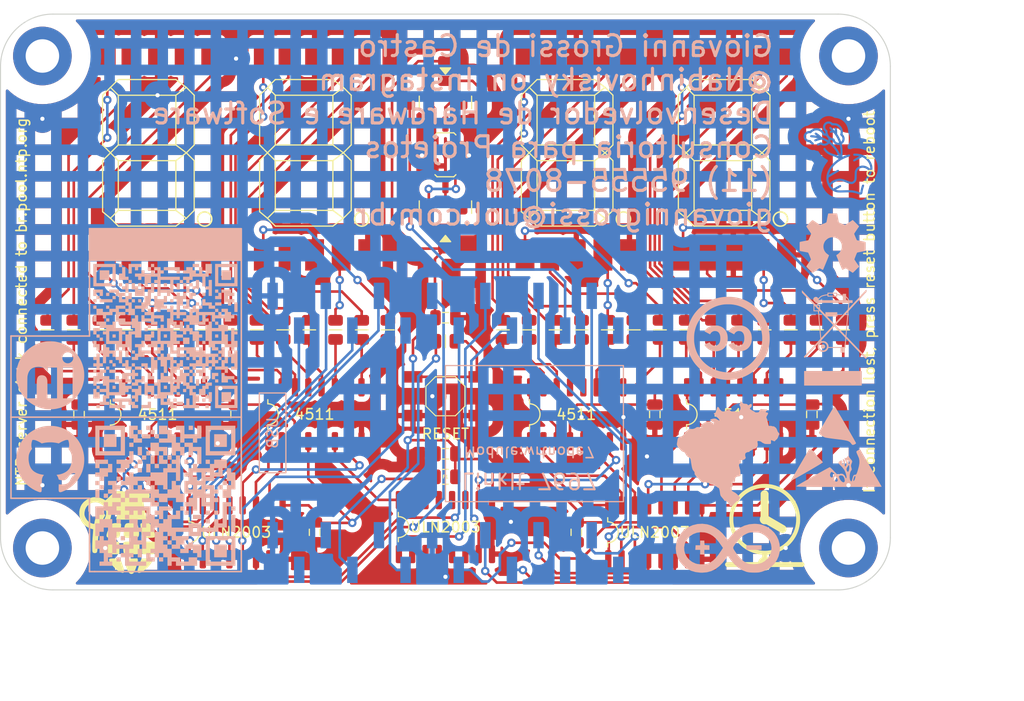
<source format=kicad_pcb>
(kicad_pcb (version 20211014) (generator pcbnew)
  (layers (0 "F.Cu" signal) (31 "B.Cu" signal) (34 "B.Paste" user) (35 "F.Paste" user) (36 "B.SilkS" user "B.Silkscreen") (37 "F.SilkS" user "F.Silkscreen") (38 "B.Mask" user) (39 "F.Mask" user) (44 "Edge.Cuts" user))
  (net 0 "")
  (net 1 "+5V")
  (net 2 "GND")
  (net 3 "Net-(D1-Pad1)")
  (net 4 "Net-(D2-Pad1)")
  (net 5 "Net-(Q1-Pad1)")
  (net 6 "Net-(Q1-Pad3)")
  (net 7 "Net-(Q2-Pad1)")
  (net 8 "Net-(Q2-Pad3)")
  (net 9 "Net-(R1-Pad1)")
  (net 10 "QA1")
  (net 11 "Net-(R2-Pad1)")
  (net 12 "QB1")
  (net 13 "Net-(R3-Pad1)")
  (net 14 "QC1")
  (net 15 "Net-(R4-Pad1)")
  (net 16 "QD1")
  (net 17 "Net-(R5-Pad1)")
  (net 18 "QE1")
  (net 19 "Net-(R6-Pad1)")
  (net 20 "QF1")
  (net 21 "Net-(R7-Pad1)")
  (net 22 "QG1")
  (net 23 "Net-(R8-Pad1)")
  (net 24 "QA2")
  (net 25 "Net-(R9-Pad1)")
  (net 26 "QB2")
  (net 27 "Net-(R10-Pad1)")
  (net 28 "QC2")
  (net 29 "Net-(R11-Pad1)")
  (net 30 "QD2")
  (net 31 "Net-(R12-Pad1)")
  (net 32 "QE2")
  (net 33 "Net-(R13-Pad1)")
  (net 34 "QF2")
  (net 35 "Net-(R14-Pad1)")
  (net 36 "QG2")
  (net 37 "Net-(R15-Pad1)")
  (net 38 "QA3")
  (net 39 "Net-(R16-Pad1)")
  (net 40 "QB3")
  (net 41 "Net-(R17-Pad1)")
  (net 42 "QC3")
  (net 43 "Net-(R18-Pad1)")
  (net 44 "QD3")
  (net 45 "Net-(R19-Pad1)")
  (net 46 "QE3")
  (net 47 "Net-(R20-Pad1)")
  (net 48 "QF3")
  (net 49 "Net-(R21-Pad1)")
  (net 50 "QG3")
  (net 51 "Net-(R22-Pad1)")
  (net 52 "QA4")
  (net 53 "Net-(R23-Pad1)")
  (net 54 "QB4")
  (net 55 "Net-(R24-Pad1)")
  (net 56 "QC4")
  (net 57 "Net-(R25-Pad1)")
  (net 58 "QD4")
  (net 59 "Net-(R26-Pad1)")
  (net 60 "QE4")
  (net 61 "Net-(R27-Pad1)")
  (net 62 "QF4")
  (net 63 "Net-(R28-Pad1)")
  (net 64 "QG4")
  (net 65 "SEP")
  (net 66 "RST")
  (net 67 "DB1")
  (net 68 "DC1")
  (net 69 "DD1")
  (net 70 "DA1")
  (net 71 "DB2")
  (net 72 "DC2")
  (net 73 "DD2")
  (net 74 "DA2")
  (net 75 "DB3")
  (net 76 "DC3")
  (net 77 "DD3")
  (net 78 "DA3")
  (net 79 "DB4")
  (net 80 "DC4")
  (net 81 "DD4")
  (net 82 "DA4")
  (net 84 "Net-(F1-Pad1)")
  (net 88 "Net-(R33-Pad2)")
  (net 89 "DA1_3V3")
  (net 90 "DB1_3V3")
  (net 91 "DC1_3V3")
  (net 92 "DD1_3V3")
  (net 93 "DA2_3V3")
  (net 94 "DB2_3V3")
  (net 95 "DC2_3V3")
  (net 96 "DD2_3V3")
  (net 97 "DA3_3V3")
  (net 98 "DB3_3V3")
  (net 99 "DC3_3V3")
  (net 100 "DD3_3V3")
  (net 101 "DA4_3V3")
  (net 102 "DB4_3V3")
  (net 103 "DC4_3V3")
  (net 104 "DD4_3V3")
  (footprint "Resistor_SMD:R_0805_2012Metric" (layer "F.Cu") (at 173 110.1625 90)
    (fp_text reference "R15")
    (fp_text value "1k")
  )
  (footprint "Display_7Segment:7SEGMENT-LED__HDSM531_HDSM533_SMD" (layer "F.Cu") (at 135 93.5 90)
    (fp_text reference "U5")
    (fp_text value "XZFMDK14C")
  )
  (footprint "Resistor_SMD:R_0805_2012Metric" (layer "F.Cu") (at 162.5 111.25)
    (fp_text reference "R33")
    (fp_text value "1k")
  )
  (footprint "MountingHole:MountingHole_3.2mm_M3_DIN965_Pad_TopBottom" (layer "F.Cu") (at 124 131)
    (fp_text reference "REF**")
    (fp_text value "MountingHole_3.2mm_M3_DIN965_Pad_TopBottom" hide)
  )
  (footprint "Capacitor_SMD:C_0805_2012Metric" (layer "F.Cu") (at 197.5 118.25 -90)
    (fp_text reference "C4")
    (fp_text value "1uF")
  )
  (footprint "Resistor_SMD:R_0805_2012Metric" (layer "F.Cu") (at 170.5 110.1625 90)
    (fp_text reference "R21")
    (fp_text value "1k")
  )
  (footprint "Resistor_SMD:R_0805_2012Metric" (layer "F.Cu") (at 147 110.1625 90)
    (fp_text reference "R8")
    (fp_text value "1k")
  )
  (footprint "Resistor_SMD:R_0805_2012Metric" (layer "F.Cu") (at 137 110.1625 90)
    (fp_text reference "R4")
    (fp_text value "1k")
  )
  (footprint "logos:ntp" (layer "F.Cu") (at 193 129)
    (fp_text reference "G***")
    (fp_text value "LOGO" hide)
  )
  (footprint "Display_7Segment:7SEGMENT-LED__HDSM531_HDSM533_SMD" (layer "F.Cu") (at 175 93.5 90)
    (fp_text reference "U7")
    (fp_text value "XZFMDK14C")
  )
  (footprint "Resistor_SMD:R_0805_2012Metric" (layer "F.Cu") (at 127 110.1625 90)
    (fp_text reference "R7")
    (fp_text value "1k")
  )
  (footprint "Package_SO:SO-16_5.3x10.2mm_P1.27mm" (layer "F.Cu") (at 142.5 129.5 90)
    (fp_text reference "U10")
    (fp_text value "ULN2003")
  )
  (footprint "Resistor_SMD:R_0805_2012Metric" (layer "F.Cu") (at 183 110.1625 90)
    (fp_text reference "R19")
    (fp_text value "1k")
  )
  (footprint "Resistor_SMD:R_0805_2012Metric" (layer "F.Cu") (at 160 88.4375)
    (fp_text reference "R29")
    (fp_text value "1k")
  )
  (footprint "Resistor_SMD:R_0805_2012Metric" (layer "F.Cu") (at 165 88.4375)
    (fp_text reference "R30")
    (fp_text value "1k")
  )
  (footprint "Resistor_SMD:R_0805_2012Metric" (layer "F.Cu") (at 193 110.1625 90)
    (fp_text reference "R23")
    (fp_text value "1k")
  )
  (footprint "Resistor_SMD:R_0805_2012Metric" (layer "F.Cu") (at 124.5 110.1625 90)
    (fp_text reference "R6")
    (fp_text value "1k")
  )
  (footprint "Resistor_SMD:R_0805_2012Metric" (layer "F.Cu") (at 180.5 110.1625 90)
    (fp_text reference "R18")
    (fp_text value "1k")
  )
  (footprint "Resistor_SMD:R_0805_2012Metric" (layer "F.Cu") (at 154.5 110.1625 90)
    (fp_text reference "R11")
    (fp_text value "1k")
  )
  (footprint "MountingHole:MountingHole_3.2mm_M3_DIN965_Pad_TopBottom" (layer "F.Cu") (at 124 84)
    (fp_text reference "REF**")
    (fp_text value "MountingHole_3.2mm_M3_DIN965_Pad_TopBottom" hide)
  )
  (footprint "Capacitor_SMD:C_0805_2012Metric" (layer "F.Cu") (at 150 129.5 -90)
    (fp_text reference "C6")
    (fp_text value "1uF")
  )
  (footprint "Package_SO:SO-16_3.9x9.9mm_P1.27mm" (layer "F.Cu") (at 175 118.25 90)
    (fp_text reference "U3")
    (fp_text value "4511")
  )
  (footprint "Resistor_SMD:R_0805_2012Metric" (layer "F.Cu") (at 165 98.4375)
    (fp_text reference "R31")
    (fp_text value "1k")
  )
  (footprint "Package_SO:SO-16_3.9x9.9mm_P1.27mm" (layer "F.Cu") (at 190 118.25 90)
    (fp_text reference "U4")
    (fp_text value "4511")
  )
  (footprint "Resistor_SMD:R_0805_2012Metric" (layer "F.Cu") (at 149.5 110.1625 90)
    (fp_text reference "R9")
    (fp_text value "1k")
  )
  (footprint "LED_SMD:LED_0805_2012Metric" (layer "F.Cu") (at 162.5 85.4375 90)
    (fp_text reference "D1")
    (fp_text value "RED")
  )
  (footprint "Display_7Segment:7SEGMENT-LED__HDSM531_HDSM533_SMD" (layer "F.Cu") (at 150 93.5 90)
    (fp_text reference "U6")
    (fp_text value "XZFMDK14C")
  )
  (footprint "Fuse:Fuse_0805_2012Metric" (layer "F.Cu") (at 162.5 124.2)
    (fp_text reference "F1")
    (fp_text value "Fuse")
  )
  (footprint "Resistor_SMD:R_0805_2012Metric" (layer "F.Cu") (at 160 98.4375)
    (fp_text reference "R32")
    (fp_text value "1k")
  )
  (footprint "Display_7Segment:7SEGMENT-LED__HDSM531_HDSM533_SMD" (layer "F.Cu") (at 190 93.5 90)
    (fp_text reference "U8")
    (fp_text value "XZFMDK14C")
  )
  (footprint "Resistor_SMD:R_0805_2012Metric" (layer "F.Cu") (at 139.5 110.1625 90)
    (fp_text reference "R5")
    (fp_text value "1k")
  )
  (footprint "Capacitor_SMD:C_0805_2012Metric" (layer "F.Cu") (at 175 129.5 -90)
    (fp_text reference "C8")
    (fp_text value "1uF")
  )
  (footprint "LED_SMD:LED_0805_2012Metric" (layer "F.Cu") (at 162.5 101.4375 -90)
    (fp_text reference "D2")
    (fp_text value "RED")
  )
  (footprint "Button_Switch_SMD:SW_SPST_SKQG_WithStem" (layer "F.Cu") (at 162.5 116.5)
    (fp_text reference "SW1")
    (fp_text value "RESET")
  )
  (footprint "Resistor_SMD:R_0805_2012Metric" (layer "F.Cu") (at 168 110.1625 90)
    (fp_text reference "R20")
    (fp_text value "1k")
  )
  (footprint "Package_SO:SO-16_5.3x10.2mm_P1.27mm" (layer "F.Cu") (at 182.5 129.5 90)
    (fp_text reference "U12")
    (fp_text value "ULN2003")
  )
  (footprint "Resistor_SMD:R_0805_2012Metric" (layer "F.Cu") (at 190.5 110.1625 90)
    (fp_text reference "R22")
    (fp_text value "1k")
  )
  (footprint "Package_SO:SO-16_3.9x9.9mm_P1.27mm" (layer "F.Cu") (at 150 118.25 90)
    (fp_text reference "U2")
    (fp_text value "4511")
  )
  (footprint "MountingHole:MountingHole_3.2mm_M3_DIN965_Pad_TopBottom" (layer "F.Cu") (at 201 131)
    (fp_text reference "REF**")
    (fp_text value "MountingHole_3.2mm_M3_DIN965_Pad_TopBottom" hide)
  )
  (footprint "Capacitor_SMD:C_0805_2012Metric" (layer "F.Cu") (at 162.5 109)
    (fp_text reference "C5")
    (fp_text value "1uF")
  )
  (footprint "Resistor_SMD:R_0805_2012Metric" (layer "F.Cu") (at 142 110.1625 90)
    (fp_text reference "R13")
    (fp_text value "1k")
  )
  (footprint "Package_TO_SOT_SMD:SOT-23" (layer "F.Cu") (at 162.5 95.4375 -90)
    (fp_text reference "Q2")
    (fp_text value "BC817")
  )
  (footprint "Resistor_SMD:R_0805_2012Metric" (layer "F.Cu") (at 200.5 110.1625 90)
    (fp_text reference "R26")
    (fp_text value "1k")
  )
  (footprint "Resistor_SMD:R_0805_2012Metric" (layer "F.Cu") (at 132 110.1625 90)
    (fp_text reference "R2")
    (fp_text value "1k")
  )
  (footprint "MountingHole:MountingHole_3.2mm_M3_DIN965_Pad_TopBottom" (layer "F.Cu") (at 201 84)
    (fp_text reference "REF**")
    (fp_text value "MountingHole_3.2mm_M3_DIN965_Pad_TopBottom" hide)
  )
  (footprint "Resistor_SMD:R_0805_2012Metric" (layer "F.Cu") (at 134.5 110.1625 90)
    (fp_text reference "R3")
    (fp_text value "1k")
  )
  (footprint "Capacitor_SMD:C_0805_2012Metric" (layer "F.Cu") (at 162.5 122 180)
    (fp_text reference "C7")
    (fp_text value "1uF")
  )
  (footprint "Resistor_SMD:R_0805_2012Metric" (layer "F.Cu") (at 175.5 110.1625 90)
    (fp_text reference "R16")
    (fp_text value "1k")
  )
  (footprint "Resistor_SMD:R_0805_2012Metric" (layer "F.Cu") (at 195.5 110.1625 90)
    (fp_text reference "R24")
    (fp_text value "1k")
  )
  (footprint "Resistor_SMD:R_0805_2012Metric" (layer "F.Cu") (at 152 110.1625 90)
    (fp_text reference "R10")
    (fp_text value "1k")
  )
  (footprint "Resistor_SMD:R_0805_2012Metric" (layer "F.Cu") (at 157 110.1625 90)
    (fp_text reference "R12")
    (fp_text value "1k")
  )
  (footprint "logos:grenade" (layer "F.Cu") (at 131.5 129.5)
    (fp_text reference "G***")
    (fp_text value "LOGO" hide)
  )
  (footprint "Resistor_SMD:R_0805_2012Metric" (layer "F.Cu") (at 129.5 110.1625 90)
    (fp_text reference "R1")
    (fp_text value "1k")
  )
  (footprint "Resistor_SMD:R_0805_2012Metric" (layer "F.Cu") (at 178 110.1625 90)
    (fp_text reference "R17")
    (fp_text value "1k")
  )
  (footprint "Resistor_SMD:R_0805_2012Metric" (layer "F.Cu") (at 198 110.1625 90)
    (fp_text reference "R25")
    (fp_text value "1k")
  )
  (footprint "Capacitor_SMD:C_0805_2012Metric" (layer "F.Cu") (at 182.5 118.25 -90)
    (fp_text reference "C3")
    (fp_text value "1uF")
  )
  (footprint "Resistor_SMD:R_0805_2012Metric" (layer "F.Cu") (at 185.5 110.1625 90)
    (fp_text reference "R27")
    (fp_text value "1k")
  )
  (footprint "Package_SO:SO-16_3.9x9.9mm_P1.27mm" (layer "F.Cu") (at 135 118.25 90)
    (fp_text reference "U1")
    (fp_text value "4511")
  )
  (footprint "Capacitor_SMD:C_0805_2012Metric" (layer "F.Cu") (at 142.5 118.25 -90)
    (fp_text reference "C2")
    (fp_text value "1uF")
  )
  (footprint "Package_SO:SO-16_5.3x10.2mm_P1.27mm" (layer "F.Cu") (at 162.5 129 90)
    (fp_text reference "U11")
    (fp_text value "ULN2003")
  )
  (footprint "Capacitor_SMD:C_0805_2012Metric" (layer "F.Cu") (at 127.5 118.25 -90)
    (fp_text reference "C1")
    (fp_text value "1uF")
  )
  (footprint "Package_TO_SOT_SMD:SOT-23" (layer "F.Cu") (at 162.5 91.4375 90)
    (fp_text reference "Q1")
    (fp_text value "BC817")
  )
  (footprint "Resistor_SMD:R_0805_2012Metric" (layer "F.Cu") (at 188 110.1625 90)
    (fp_text reference "R28")
    (fp_text value "1k")
  )
  (footprint "Resistor_SMD:R_0805_2012Metric" (layer "F.Cu") (at 144.5 110.1625 90)
    (fp_text reference "R14")
    (fp_text value "1k")
  )
  (footprint "logos:opensourceh" (layer "B.Cu") (at 199.5 101.9 180)
    (fp_text reference "G***")
    (fp_text value "LOGO" hide)
  )
  (footprint "logos:linkedin" (layer "B.Cu") (at 124.75 114.5 180)
    (fp_text reference "G***")
    (fp_text value "LOGO" hide)
  )
  (footprint "logos:nabo" (layer "B.Cu") (at 200 93.75 180)
    (fp_text reference "G***" hide)
    (fp_text value "LOGO" hide)
  )
  (footprint "logos:creative-commons" (layer "B.Cu") (at 189.5 111 180)
    (fp_text reference "G***")
    (fp_text value "LOGO" hide)
  )
  (footprint "logos:electronicgarbage" (layer "B.Cu") (at 199.5 111 180)
    (fp_text reference "G***")
    (fp_text value "LOGO" hide)
  )
  (footprint "logos:esd" (layer "B.Cu") (at 199.5 121.5 180)
    (fp_text reference "G***")
    (fp_text value "LOGO" hide)
  )
  (footprint "logos:arduino" (layer "B.Cu") (at 189.5 131 180)
    (fp_text reference "G***")
    (fp_text value "LOGO" hide)
  )
  (footprint "logos:github" (layer "B.Cu") (at 124.75 122.5 180)
    (fp_text reference "G***")
    (fp_text value "LOGO" hide)
  )
  (footprint "Connector_PinHeader_2.54mm:Linkit" (layer "B.Cu") (at 162.5 108.57 -90)
    (fp_text reference "U9")
    (fp_text value "Linkit_7697")
  )
  (footprint "logos:git_qr" (layer "B.Cu") (at 135.75 126 180)
    (fp_text reference "G***")
    (fp_text value "LOGO" hide)
  )
  (footprint "logos:link_qr" (layer "B.Cu") (at 135.75 110.75 180)
    (fp_text reference "G***")
    (fp_text value "LOGO" hide)
  )
  (footprint "logos:brazil" (layer "B.Cu") (at 189.5 122 180)
    (fp_text reference "G***")
    (fp_text value "LOGO" hide)
  )
  (gr_line (start 121 118.5) (end 143 118.5) (layer "B.SilkS") (width 0.15))
  (gr_line (start 143 103.5) (end 143 118.5) (layer "B.SilkS") (width 0.15))
  (gr_rect (start 128.5 103.5) (end 143 100.5) (layer "B.SilkS") (width 0.15) (fill solid))
  (gr_line (start 129 133.25) (end 128.5 133.25) (layer "B.SilkS") (width 0.15))
  (gr_line (start 128.5 133.25) (end 128.5 126.25) (layer "B.SilkS") (width 0.15))
  (gr_line (start 128.5 103.5) (end 143 103.5) (layer "B.SilkS") (width 0.15))
  (gr_line (start 128.5 110.75) (end 128.5 103.5) (layer "B.SilkS") (width 0.15))
  (gr_line (start 121 110.75) (end 128.5 110.75) (layer "B.SilkS") (width 0.15))
  (gr_line (start 143 118.5) (end 143 133.25) (layer "B.SilkS") (width 0.15))
  (gr_line (start 121 118.5) (end 121 110.75) (layer "B.SilkS") (width 0.15))
  (gr_line (start 121 126.25) (end 121 118.5) (layer "B.SilkS") (width 0.15))
  (gr_line (start 128.5 126.25) (end 121 126.25) (layer "B.SilkS") (width 0.15))
  (gr_line (start 143 133.25) (end 129 133.25) (layer "B.SilkS") (width 0.15))
  (gr_line (start 120 130) (end 120 85) (layer "Edge.Cuts") (width 0.1))
  (gr_arc (start 125 135) (mid 121.464466 133.535534) (end 120 130) (layer "Edge.Cuts") (width 0.1))
  (gr_arc (start 205 130) (mid 203.535534 133.535534) (end 200 135) (layer "Edge.Cuts") (width 0.1))
  (gr_line (start 205 85) (end 205 130) (layer "Edge.Cuts") (width 0.1))
  (gr_arc (start 120 85) (mid 121.464466 81.464466) (end 125 80) (layer "Edge.Cuts") (width 0.1))
  (gr_line (start 200 135) (end 125 135) (layer "Edge.Cuts") (width 0.1))
  (gr_line (start 125 80) (end 200 80) (layer "Edge.Cuts") (width 0.1))
  (gr_arc (start 200 80) (mid 203.535534 81.464466) (end 205 85) (layer "Edge.Cuts") (width 0.1))
  (gr_text "Giovanni Grossi de Castro\n@Nabinhovisky on Instagram\nDesenvolvedor de Hardware e Software\nConsultoria para Projetos\n(11) 95555-8078\ngiovannigrossi@uol.com.br" (at 194 91.1) (layer "B.SilkS") (effects (font (size 2 2) (thickness 0.3)) (justify left mirror)))
  (gr_text "NTP server clock connected to br.pool.ntp.org" (at 122 107.5 90) (layer "F.SilkS") (effects (font (size 1 1))))
  (gr_text "If connection lost, press reset button to reboot" (at 203 107.5 90) (layer "F.SilkS") (effects (font (size 1 1))))
  (segment (start 188.2 119.5) (end 188.2 120.8) (width 0.25) (layer "F.Cu") (net 1))
  (segment (start 187 128.2) (end 187 127) (width 0.25) (layer "F.Cu") (net 1))
  (segment (start 150 127.5) (end 150 128.6) (width 0.25) (layer "F.Cu") (net 1))
  (segment (start 142.95 115.65) (end 142.5 116.1) (width 0.25) (layer "F.Cu") (net 1))
  (segment (start 183.15 115.65) (end 182.5 116.3) (width 0.25) (layer "F.Cu") (net 1))
  (segment (start 142.5 117.3) (end 136.5 117.3) (width 0.25) (layer "F.Cu") (net 1))
  (segment (start 163.4375 124.4) (end 163.4375 122.4375) (width 0.25) (layer "F.Cu") (net 1))
  (segment (start 142.5 116.1) (end 142.5 117.3) (width 0.25) (layer "F.Cu") (net 1))
  (segment (start 162.5 102.375) (end 161.5 103.375) (width 0.25) (layer "F.Cu") (net 1))
  (segment (start 190 117.3) (end 189.4 117.9) (width 0.25) (layer "F.Cu") (net 1))
  (segment (start 174.125 126.425) (end 175 127.3) (width 0.25) (layer "F.Cu") (net 1))
  (segment (start 134.4 119.4) (end 134.4 121) (width 0.25) (layer "F.Cu") (net 1))
  (segment (start 142.5 117.3) (end 146.5 117.3) (width 0.25) (layer "F.Cu") (net 1))
  (segment (start 133.1 120.9) (end 133.175 120.825) (width 0.25) (layer "F.Cu") (net 1))
  (segment (start 174.4 118) (end 174.4 120.8) (width 0.25) (layer "F.Cu") (net 1))
  (segment (start 159.8 102.4) (end 162.6 102.4) (width 0.25) (layer "F.Cu") (net 1))
  (segment (start 148.1 118.9) (end 148.1 120.8) (width 0.25) (layer "F.Cu") (net 1))
  (segment (start 163.45 122.5) (end 165.7 122.5) (width 0.25) (layer "F.Cu") (net 1))
  (segment (start 161.55 109) (end 159.4 111.15) (width 0.25) (layer "F.Cu") (net 1))
  (segment (start 186.945 126.925) (end 192.325 126.925) (width 0.25) (layer "F.Cu") (net 1))
  (segment (start 186.65 128.55) (end 187 128.2) (width 0.25) (layer "F.Cu") (net 1))
  (segment (start 157.4 87) (end 157.4 100) (width 0.25) (layer "F.Cu") (net 1))
  (segment (start 131 117.3) (end 133.1 119.4) (width 0.25) (layer "F.Cu") (net 1))
  (segment (start 133.1 119.4) (end 133.1 120.9) (width 0.25) (layer "F.Cu") (net 1))
  (segment (start 162.7 120.7) (end 163.5 121.5) (width 0.25) (layer "F.Cu") (net 1))
  (segment (start 185.59 115.65) (end 183.15 115.65) (width 0.25) (layer "F.Cu") (net 1))
  (segment (start 185.59 116.89) (end 188.2 119.5) (width 0.25) (layer "F.Cu") (net 1))
  (segment (start 199.25 120) (end 199.25 118) (width 0.25) (layer "F.Cu") (net 1))
  (segment (start 175 128.55) (end 186.65 128.55) (width 0.25) (layer "F.Cu") (net 1))
  (segment (start 158.9 120.7) (end 162.7 120.7) (width 0.25) (layer "F.Cu") (net 1))
  (segment (start 159.4 111.15) (end 159.4 112.9) (width 0.25) (layer "F.Cu") (net 1))
  (segment (start 199.25 118) (end 198.5 117.25) (width 0.25) (layer "F.Cu") (net 1))
  (segment (start 163.4375 122.4375) (end 163.4 122.4) (width 0.25) (layer "F.Cu") (net 1))
  (segment (start 162.5 84.5) (end 159.9 84.5) (width 0.25) (layer "F.Cu") (net 1))
  (segment (start 167 123.8) (end 167 126.5) (width 0.25) (layer "F.Cu") (net 1))
  (segment (start 145.59 115.65) (end 142.95 115.65) (width 0.25) (layer "F.Cu") (net 1))
  (segment (start 197.5 117.3) (end 190 117.3) (width 0.25) (layer "F.Cu") (net 1))
  (segment (start 174.4 120.8) (end 173.1 120.8) (width 0.25) (layer "F.Cu") (net 1))
  (segment (start 127.5 116.3) (end 127.5 117.3) (width 0.25) (layer "F.Cu") (net 1))
  (segment (start 149.4 120.8) (end 148.1 120.8) (width 0.25) (layer "F.Cu") (net 1))
  (segment (start 175.1 117.3) (end 174.4 118) (width 0.25) (layer "F.Cu") (net 1))
  (segment (start 192.325 126.925) (end 199.25 120) (width 0.25) (layer "F.Cu") (net 1))
  (segment (start 189.4 120.8) (end 188.1 120.8) (width 0.25) (layer "F.Cu") (net 1))
  (segment (start 170.59 115.65) (end 170.59 116.89) (width 0.25) (layer "F.Cu") (net 1))
  (segment (start 175 127.3) (end 175 128.5) (width 0.25) (layer "F.Cu") (net 1))
  (segment (start 198.5 117.25) (end 197.5 117.25) (width 0.25) (layer "F.Cu") (net 1))
  (segment (start 185.59 115.65) (end 185.59 116.89) (width 0.25) (layer "F.Cu") (net 1))
  (segment (start 170.59 116.89) (end 173.1 119.4) (width 0.25) (layer "F.Cu") (net 1))
  (segment (start 157.4 100) (end 159.8 102.4) (width 0.25) (layer "F.Cu") (net 1))
  (segment (start 153.6 128.6) (end 150 128.6) (width 0.25) (layer "F.Cu") (net 1))
  (segment (start 189.4 117.9) (end 189.4 120.8) (width 0.25) (layer "F.Cu") (net 1))
  (segment (start 130.555 115.675) (end 128.125 115.675) (width 0.25) (layer "F.Cu") (net 1))
  (segment (start 165.7 122.5) (end 167 123.8) (width 0.25) (layer "F.Cu") (net 1))
  (segment (start 149.4 124.4) (end 153.6 128.6) (width 0.25) (layer "F.Cu") (net 1))
  (segment (start 166.945 126.425) (end 174.125 126.425) (width 0.25) (layer "F.Cu") (net 1))
  (segment (start 182.5 116.3) (end 182.5 117.3) (width 0.25) (layer "F.Cu") (net 1))
  (segment (start 161.5 103.375) (end 161.5 109.1) (width 0.25) (layer "F.Cu") (net 1))
  (segment (start 149.425 126.925) (end 150 127.5) (width 0.25) (layer "F.Cu") (net 1))
  (segment (start 173.1 119.4) (end 173.1 120.9) (width 0.25) (layer "F.Cu") (net 1))
  (segment (start 149.4 120.8) (end 149.4 124.4) (width 0.25) (layer "F.Cu") (net 1))
  (segment (start 182.5 117.3) (end 175.1 117.3) (width 0.25) (layer "F.Cu") (net 1))
  (segment (start 136.5 117.3) (end 134.4 119.4) (width 0.25) (layer "F.Cu") (net 1))
  (segment (start 159.9 84.5) (end 157.4 87) (width 0.25) (layer "F.Cu") (net 1))
  (segment (start 163.5 121.5) (end 163.5 122.5) (width 0.25) (layer "F.Cu") (net 1))
  (segment (start 146.5 117.3) (end 148.1 118.9) (width 0.25) (layer "F.Cu") (net 1))
  (segment (start 128.125 115.675) (end 127.5 116.3) (width 0.25) (layer "F.Cu") (net 1))
  (segment (start 133.175 120.825) (end 134.365 120.825) (width 0.25) (layer "F.Cu") (net 1))
  (segment (start 146.945 126.925) (end 149.425 126.925) (width 0.25) (layer "F.Cu") (net 1))
  (segment (start 127.5 117.3) (end 131 117.3) (width 0.25) (layer "F.Cu") (net 1))
  (via (at 153.6 128.6) (size 0.8) (drill 0.4) (layers "F.Cu" "B.Cu") (net 1))
  (via (at 159.4 112.9) (size 0.8) (drill 0.4) (layers "F.Cu" "B.Cu") (net 1))
  (via (at 158.9 120.7) (size 0.8) (drill 0.4) (layers "F.Cu" "B.Cu") (net 1))
  (segment (start 159.4 112.9) (end 159.4 120.2) (width 0.25) (layer "B.Cu") (net 1))
  (segment (start 158.9 123.3) (end 153.6 128.6) (width 0.25) (layer "B.Cu") (net 1))
  (segment (start 158.9 120.7) (end 158.9 123.3) (width 0.25) (layer "B.Cu") (net 1))
  (segment (start 153.61 128.61) (end 153.6 128.6) (width 0.25) (layer "B.Cu") (net 1))
  (segment (start 159.4 120.2) (end 158.9 120.7) (width 0.25) (layer "B.Cu") (net 1))
  (via (at 181.75 122.25) (size 0.8) (drill 0.4) (layers "F.Cu" "B.Cu") (net 2))
  (via (at 190.75 118.5) (size 0.8) (drill 0.4) (layers "F.Cu" "B.Cu") (net 2))
  (via (at 124 125) (size 0.8) (drill 0.4) (layers "F.Cu" "B.Cu") (net 2))
  (via (at 179.5 118.5) (size 0.8) (drill 0.4) (layers "F.Cu" "B.Cu") (net 2))
  (via (at 168.75 128.5) (size 0.8) (drill 0.4) (layers "F.Cu" "B.Cu") (net 2))
  (via (at 140.75 121) (size 0.8) (drill 0.4) (layers "F.Cu" "B.Cu") (net 2))
  (via (at 124 90) (size 0.8) (drill 0.4) (layers "F.Cu" "B.Cu") (net 2))
  (via (at 130 131) (size 0.8) (drill 0.4) (layers "F.Cu" "B.Cu") (net 2))
  (via (at 164.75 93.5) (size 0.8) (drill 0.4) (layers "F.Cu" "B.Cu") (net 2))
  (via (at 201 125) (size 0.8) (drill 0.4) (layers "F.Cu" "B.Cu") (net 2))
  (via (at 195 131) (size 0.8) (drill 0.4) (layers "F.Cu" "B.Cu") (net 2))
  (via (at 141 115.75) (size 0.8) (drill 0.4) (layers "F.Cu" "B.Cu") (net 2))
  (via (at 175.5 118.5) (size 0.8) (drill 0.4) (layers "F.Cu" "B.Cu") (net 2))
  (via (at 160.25 93.5) (size 0.8) (drill 0.4) (layers "F.Cu" "B.Cu") (net 2))
  (via (at 162.5 133.75) (size 0.8) (drill 0.4) (layers "F.Cu" "B.Cu") (net 2))
  (via (at 201 90) (size 0.8) (drill 0.4) (layers "F.Cu" "B.Cu") (net 2))
  (via (at 161.25 116.5) (size 0.8) (drill 0.4) (layers "F.Cu" "B.Cu") (net 2))
  (via (at 142.5 84.25) (size 0.8) (drill 0.4) (layers "F.Cu" "B.Cu") (net 2))
  (via (at 135 87.75) (size 0.8) (drill 0.4) (layers "F.Cu" "B.Cu") (net 2))
  (segment (start 165.075 86.375) (end 165.9 87.2) (width 0.25) (layer "F.Cu") (net 3))
  (segment (start 162.5 86.375) (end 165.075 86.375) (width 0.25) (layer "F.Cu") (net 3))
  (segment (start 165.9 87.2) (end 165.9 88.5) (width 0.25) (layer "F.Cu") (net 3))
  (segment (start 162.5 100.5) (end 165.1 100.5) (width 0.25) (layer "F.Cu") (net 4))
  (segment (start 165.1 100.5) (end 165.9 99.7) (width 0.25) (layer "F.Cu") (net 4))
  (segment (start 165.9 99.7) (end 165.9 98.4) (width 0.25) (layer "F.Cu") (net 4))
  (segment (start 160.9125 88.4375) (end 161.5 89.025) (width 0.25) (layer "F.Cu") (net 5))
  (segment (start 161.5 89.025) (end 161.5 92.5) (width 0.25) (layer "F.Cu") (net 5))
  (segment (start 164.0875 88.4375) (end 162.9625 88.4375) (width 0.25) (layer "F.Cu") (net 6))
  (segment (start 162.5 88.9) (end 162.5 90.5) (width 0.25) (layer "F.Cu") (net 6))
  (segment (start 162.9625 88.4375) (end 162.5 88.9) (width 0.25) (layer "F.Cu") (net 6))
  (segment (start 163.5 96.7) (end 163.45 96.65) (width 0.25) (layer "F.Cu") (net 7))
  (segment (start 160.9125 98.4375) (end 160.9125 96.7125) (width 0.25) (layer "F.Cu") (net 7))
  (segment (start 163.45 96.65) (end 163.45 94.5) (width 0.25) (layer "F.Cu") (net 7))
  (segment (start 160.9125 96.7125) (end 160.9 96.7) (width 0.25) (layer "F.Cu") (net 7))
  (via (at 163.5 96.7) (size 0.8) (drill 0.4) (layers "F.Cu" "B.Cu") (net 7))
  (via (at 160.9 96.7) (size 0.8) (drill 0.4) (layers "F.Cu" "B.Cu") (net 7))
  (segment (start 160.9 96.7) (end 163.5 96.7) (width 0.25) (layer "B.Cu") (net 7))
  (segment (start 164.0875 98.4375) (end 163.0375 98.4375) (width 0.25) (layer "F.Cu") (net 8))
  (segment (start 162.5 97.9) (end 162.5 96.3) (width 0.25) (layer "F.Cu") (net 8))
  (segment (start 163.0375 98.4375) (end 162.5 97.9) (width 0.25) (layer "F.Cu") (net 8))
  (segment (start 134.365 115.675) (end 134.365 114.365) (width 0.25) (layer "F.Cu") (net 9))
  (segment (start 133.2 113.2) (end 130.5 113.2) (width 0.25) (layer "F.Cu") (net 9))
  (segment (start 130.5 113.2) (end 129.5 112.2) (width 0.25) (layer "F.Cu") (net 9))
  (segment (start 129.5 112.2) (end 129.5 111.2) (width 0.25) (layer "F.Cu") (net 9))
  (segment (start 134.365 114.365) (end 133.2 113.2) (width 0.25) (layer "F.Cu") (net 9))
  (segment (start 129.5 108.3) (end 127.5 106.3) (width 0.25) (layer "F.Cu") (net 10))
  (segment (start 127.5 96.7) (end 137.6 86.6) (width 0.25) (layer "F.Cu") (net 10))
  (segment (start 129.5 109.25) (end 129.5 108.3) (width 0.25) (layer "F.Cu") (net 10))
  (segment (start 137.6 86.6) (end 137.6 84) (width 0.25) (layer "F.Cu") (net 10))
  (segment (start 127.5 106.3) (end 127.5 96.7) (width 0.25) (layer "F.Cu") (net 10))
  (segment (start 135.635 114.335) (end 134 112.7) (width 0.25) (layer "F.Cu") (net 11))
  (segment (start 134 112.7) (end 132.6 112.7) (width 0.25) (layer "F.Cu") (net 11))
  (segment (start 132 112.1) (end 132 111.1) (width 0.25) (layer "F.Cu") (net 11))
  (segment (start 135.635 115.675) (end 135.635 114.335) (width 0.25) (layer "F.Cu") (net 11))
  (segment (start 132.6 112.7) (end 132 112.1) (width 0.25) (layer "F.Cu") (net 11))
  (segment (start 128 98) (end 140.1 85.9) (width 0.25) (layer "F.Cu") (net 12))
  (segment (start 128 104.4) (end 128 98) (width 0.25) (layer "F.Cu") (net 12))
  (segment (start 132 108.4) (end 128 104.4) (width 0.25) (layer "F.Cu") (net 12))
  (segment (start 140.1 85.9) (end 140.1 84) (width 0.25) (layer "F.Cu") (net 12))
  (segment (start 132 109.25) (end 132 108.4) (width 0.25) (layer "F.Cu") (net 12))
  (segment (start 134.5 112.4) (end 134.5 111.1) (width 0.25) (layer "F.Cu") (net 13))
  (segment (start 136.905 114.805) (end 134.5 112.4) (width 0.25) (layer "F.Cu") (net 13))
  (segment (start 136.905 115.675) (end 136.905 114.805) (width 0.25) (layer "F.Cu") (net 13))
  (segment (start 134.5 109.25) (end 134.5 107.6) (width 0.25) (layer "F.Cu") (net 14))
  (segment (start 137.6 106.9) (end 137.6 102.9) (width 0.25) (layer "F.Cu") (net 14))
  (segment (start 138.3 107.6) (end 137.6 106.9) (width 0.25) (layer "F.Cu") (net 14))
  (via (at 134.5 107.6) (size 0.8) (drill 0.4) (layers "F.Cu" "B.Cu") (net 14))
  (via (at 138.3 107.6) (size 0.8) (drill 0.4) (layers "F.Cu" "B.Cu") (net 14))
  (segment (start 138.3 107.6) (end 134.5 107.6) (width 0.25) (layer "B.Cu") (net 14))
  (segment (start 137 112.8) (end 137 111) (width 0.25) (layer "F.Cu") (net 15))
  (segment (start 138.175 113.975) (end 137 112.8) (width 0.25) (layer "F.Cu") (net 15))
  (segment (start 138.175 115.675) (end 138.175 113.975) (width 0.25) (layer "F.Cu") (net 15))
  (segment (start 136 106.2) (end 133.8 106.2) (width 0.25) (layer "F.Cu") (net 16))
  (segment (start 137 109.25) (end 137 107.2) (width 0.25) (layer "F.Cu") (net 16))
  (segment (start 133.8 106.2) (end 132.5 104.9) (width 0.25) (layer "F.Cu") (net 16))
  (segment (start 137 107.2) (end 136 106.2) (width 0.25) (layer "F.Cu") (net 16))
  (segment (start 132.5 104.9) (end 132.5 102.9) (width 0.25) (layer "F.Cu") (net 16))
  (segment (start 139.445 115.675) (end 139.445 111.045) (width 0.25) (layer "F.Cu") (net 17))
  (segment (start 130.8 105.7) (end 130.1 105) (width 0.25) (layer "F.Cu") (net 18))
  (segment (start 139.5 107.2) (end 138.7 106.4) (width 0.25) (layer "F.Cu") (net 18))
  (segment (start 139.5 109.25) (end 139.5 107.2) (width 0.25) (layer "F.Cu") (net 18))
  (segment (start 130.1 105) (end 130.1 103) (width 0.25) (layer "F.Cu") (net 18))
  (via (at 138.7 106.4) (size 0.8) (drill 0.4) (layers "F.Cu" "B.Cu") (net 18))
  (via (at 130.8 105.7) (size 0.8) (drill 0.4) (layers "F.Cu" "B.Cu") (net 18))
  (segment (start 138.7 106.4) (end 131.5 106.4) (width 0.25) (layer "B.Cu") (net 18))
  (segment (start 131.5 106.4) (end 130.8 105.7) (width 0.25) (layer "B.Cu") (net 18))
  (segment (start 125.3 114.1) (end 131.5 114.1) (width 0.25) (layer "F.Cu") (net 19))
  (segment (start 131.5 114.1) (end 131.8 114.4) (width 0.25) (layer "F.Cu") (net 19))
  (segment (start 131.8 114.4) (end 131.8 115.7) (width 0.25) (layer "F.Cu") (net 19))
  (segment (start 124.5 111.075) (end 124.5 113.3) (width 0.25) (layer "F.Cu") (net 19))
  (segment (start 124.5 113.3) (end 125.3 114.1) (width 0.25) (layer "F.Cu") (net 19))
  (segment (start 126.5 93.5) (end 132.5 87.5) (width 0.25) (layer "F.Cu") (net 20))
  (segment (start 124.5 108.3) (end 126.5 106.3) (width 0.25) (layer "F.Cu") (net 20))
  (segment (start 124.5 109.25) (end 124.5 108.3) (width 0.25) (layer "F.Cu") (net 20))
  (segment (start 126.5 106.3) (end 126.5 93.5) (width 0.25) (layer "F.Cu") (net 20))
  (segment (start 132.5 87.5) (end 132.5 84) (width 0.25) (layer "F.Cu") (net 20))
  (segment (start 133.1 114.40096) (end 133.1 115.8) (width 0.25) (layer "F.Cu") (net 21))
  (segment (start 132.34952 113.65048) (end 133.1 114.40096) (width 0.25) (layer "F.Cu") (net 21))
  (segment (start 127 111.075) (end 127 112.9) (width 0.25) (layer "F.Cu") (net 21))
  (segment (start 127 112.9) (end 127.75048 113.65048) (width 0.25) (layer "F.Cu") (net 21))
  (segment (start 127.75048 113.65048) (end 132.34952 113.65048) (width 0.25) (layer "F.Cu") (net 21))
  (segment (start 127 95) (end 130.2 91.8) (width 0.25) (layer "F.Cu") (net 22))
  (segment (start 130.2 88.2) (end 130.2 84.3) (width 0.25) (layer "F.Cu") (net 22))
  (segment (start 127 109.25) (end 127 95) (width 0.25) (layer "F.Cu") (net 22))
  (segment (start 130.2 84.3) (end 130.1 84.2) (width 0.25) (layer "F.Cu") (net 22))
  (via (at 130.2 91.8) (size 0.8) (drill 0.4) (layers "F.Cu" "B.Cu") (net 22))
  (via (at 130.2 88.2) (size 0.8) (drill 0.4) (layers "F.Cu" "B.Cu") (net 22))
  (segment (start 130.2 91.8) (end 130.2 88.2) (width 0.25) (layer "B.Cu") (net 22))
  (segment (start 149.4 114.4) (end 147 112) (width 0.25) (layer "F.Cu") (net 23))
  (segment (start 149.4 115.65) (end 149.4 114.4) (width 0.25) (layer "F.Cu") (net 23))
  (segment (start 147 112) (end 147 111) (width 0.25) (layer "F.Cu") (net 23))
  (segment (start 146.085718 109.25) (end 142.9 106.064282) (width 0.25) (layer "F.Cu") (net 24))
  (segment (start 142.9 106.064282) (end 142.9 95.7) (width 0.25) (layer "F.Cu") (net 24))
  (segment (start 142.9 95.7) (end 152.5 86.1) (width 0.25) (layer "F.Cu") (net 24))
  (segment (start 147 109.25) (end 146.085718 109.25) (width 0.25) (layer "F.Cu") (net 24))
  (segment (start 152.5 86.1) (end 152.5 84.1) (width 0.25) (layer "F.Cu") (net 24))
  (segment (start 149.5 113.1) (end 150.7 114.3) (width 0.25) (layer "F.Cu") (net 25))
  (segment (start 149.5 111.075) (end 149.5 113.1) (width 0.25) (layer "F.Cu") (net 25))
  (segment (start 150.7 114.3) (end 150.7 116) (width 0.25) (layer "F.Cu") (net 25))
  (segment (start 149.2 108.1) (end 145.6 108.1) (width 0.25) (layer "F.Cu") (net 26))
  (segment (start 143.34952 105.84952) (end 143.34952 97.85048) (width 0.25) (layer "F.Cu") (net 26))
  (segment (start 149.5 109.25) (end 149.5 108.4) (width 0.25) (layer "F.Cu") (net 26))
  (segment (start 143.34952 97.85048) (end 155.1 86.1) (width 0.25) (layer "F.Cu") (net 26))
  (segment (start 155.1 86.1) (end 155.1 84) (width 0.25) (layer "F.Cu") (net 26))
  (segment (start 145.6 108.1) (end 143.34952 105.84952) (width 0.25) (layer "F.Cu") (net 26))
  (segment (start 149.5 108.4) (end 149.2 108.1) (width 0.25) (layer "F.Cu") (net 26))
  (segment (start 152 111.075) (end 152 115.6) (width 0.25) (layer "F.Cu") (net 27))
  (segment (start 152 109.25) (end 152 108.2) (width 0.25) (layer "F.Cu") (net 28))
  (segment (start 152 108.2) (end 152.4 107.8) (width 0.25) (layer "F.Cu") (net 28))
  (segment (start 152.4 105.4) (end 152.4 103) (width 0.25) (layer "F.Cu") (net 28))
  (via (at 152.4 105.4) (size 0.8) (drill 0.4) (layers "F.Cu" "B.Cu") (net 28))
  (via (at 152.4 107.8) (size 0.8) (drill 0.4) (layers "F.Cu" "B.Cu") (net 28))
  (segment (start 152.4 107.8) (end 152.4 105.4) (width 0.25) (layer "B.Cu") (net 28))
  (segment (start 154.5 113) (end 154.5 111.1) (width 0.25) (layer "F.Cu") (net 29))
  (segment (start 153.21 115.65) (end 153.21 114.29) (width 0.25) (layer "F.Cu") (net 29))
  (segment (start 153.21 114.29) (end 154.5 113) (width 0.25) (layer "F.Cu") (net 29))
  (segment (start 149 106.5) (end 147.4 104.9) (width 0.25) (layer "F.Cu") (net 30))
  (segment (start 154.5 108.4) (end 152.6 106.5) (width 0.25) (layer "F.Cu") (net 30))
  (segment (start 147.4 104.9) (end 147.4 102.9) (width 0.25) (layer "F.Cu") (net 30))
  (segment (start 152.6 106.5) (end 149 106.5) (width 0.25) (layer "F.Cu") (net 30))
  (segment (start 154.5 109.25) (end 154.5 108.4) (width 0.25) (layer "F.Cu") (net 30))
  (segment (start 154.5 114.3) (end 154.5 115.7) (width 0.25) (layer "F.Cu") (net 31))
  (segment (start 157 111.8) (end 154.5 114.3) (width 0.25) (layer "F.Cu") (net 31))
  (segment (start 157 111.075) (end 157 111.8) (width 0.25) (layer "F.Cu") (net 31))
  (segment (start 145.1 100.6) (end 145.1 103) (width 0.25) (layer "F.Cu") (net 32))
  (segment (start 157 109.25) (end 157 108.3) (width 0.25) (layer "F.Cu") (net 32))
  (segment (start 157 108.3) (end 154.1 105.4) (width 0.25) (layer "F.Cu") (net 32))
  (via (at 145.1 100.6) (size 0.8) (drill 0.4) (layers "F.Cu" "B.Cu") (net 32))
  (via (at 154.1 105.4) (size 0.8) (drill 0.4) (layers "F.Cu" "B.Cu") (net 32))
  (segment (start 149.3 100.6) (end 145.1 100.6) (width 0.25) (layer "B.Cu") (net 32))
  (segment (start 154.1 105.4) (end 149.3 100.6) (width 0.25) (layer "B.Cu") (net 32))
  (segment (start 146.86 114.46) (end 146.4 114) (width 0.25) (layer "F.Cu") (net 33))
  (segment (start 142 113.2) (end 142 111.1) (width 0.25) (layer "F.Cu") (net 33))
  (segment (start 146.86 115.65) (end 146.86 114.46) (width 0.25) (layer "F.Cu") (net 33))
  (segment (start 146.4 114) (end 142.8 114) (width 0.25) (layer "F.Cu") (net 33))
  (segment (start 142.8 114) (end 142 113.2) (width 0.25) (layer "F.Cu") (net 33))
  (segment (start 142 109.25) (end 142 91.574511) (width 0.25) (layer "F.Cu") (net 34))
  (segment (start 147.5 84.1) (end 147.4 84) (width 0.25) (layer "F.Cu") (net 34))
  (segment (start 147.5 86.074511) (end 147.5 84.1) (width 0.25) (layer "F.Cu") (net 34))
  (segment (start 142 91.574511) (end 147.5 86.074511) (width 0.25) (layer "F.Cu") (net 34))
  (segment (start 147.25048 113.55048) (end 145.45048 113.55048) (width 0.25) (layer "F.Cu") (net 35))
  (segment (start 145.45048 113.55048) (end 144.5 112.6) (width 0.25) (layer "F.Cu") (net 35))
  (segment (start 148.13 115.65) (end 148.13 114.43) (width 0.25) (layer "F.Cu") (net 35))
  (segment (start 144.5 112.6) (end 144.5 111) (width 0.25) (layer "F.Cu") (net 35))
  (segment (start 148.13 114.43) (end 147.25048 113.55048) (width 0.25) (layer "F.Cu") (net 35))
  (segment (start 144.5 109.25) (end 144.5 108.3) (width 0.25) (layer "F.Cu") (net 36))
  (segment (start 145.1 87) (end 145.1 84) (width 0.25) (layer "F.Cu") (net 36))
  (segment (start 144.5 108.3) (end 142.44952 106.24952) (width 0.25) (layer "F.Cu") (net 36))
  (segment (start 142.44952 106.24952) (end 142.44952 92.45048) (width 0.25) (layer "F.Cu") (net 36))
  (segment (start 142.44952 92.45048) (end 145.1 89.8) (width 0.25) (layer "F.Cu") (net 36))
  (via (at 145.1 89.8) (size 0.8) (drill 0.4) (layers "F.Cu" "B.Cu") (net 36))
  (via (at 145.1 87) (size 0.8) (drill 0.4) (layers "F.Cu" "B.Cu") (net 36))
  (segment (start 145.1 89.8) (end 145.1 87) (width 0.25) (layer "B.Cu") (net 36))
  (segment (start 173 112.8) (end 173 111.1) (width 0.25) (layer "F.Cu") (net 37))
  (segment (start 174.4 114.2) (end 173 112.8) (width 0.25) (layer "F.Cu") (net 37))
  (segment (start 174.4 115.65) (end 174.4 114.2) (width 0.25) (layer "F.Cu") (net 37))
  (segment (start 168 95.6) (end 177.6 86) (width 0.25) (layer "F.Cu") (net 38))
  (segment (start 173 109.25) (end 172.15 109.25) (width 0.25) (layer "F.Cu") (net 38))
  (segment (start 172.15 109.25) (end 168 105.1) (width 0.25) (layer "F.Cu") (net 38))
  (segment (start 168 105.1) (end 168 95.6) (width 0.25) (layer "F.Cu") (net 38))
  (segment (start 177.6 86) (end 177.6 84) (width 0.25) (layer "F.Cu") (net 38))
  (segment (start 175.67 111.17) (end 175.5 111) (width 0.25) (layer "F.Cu") (net 39))
  (segment (start 175.67 115.65) (end 175.67 111.17) (width 0.25) (layer "F.Cu") (net 39))
  (segment (start 174.9 107.9) (end 171.435718 107.9) (width 0.25) (layer "F.Cu") (net 40))
  (segment (start 175.5 109.25) (end 175.5 108.5) (width 0.25) (layer "F.Cu") (net 40))
  (segment (start 180.1 86) (end 180.1 83.9) (width 0.25) (layer "F.Cu") (net 40))
  (segment (start 168.5 97.6) (end 180.1 86) (width 0.25) (layer "F.Cu") (net 40))
  (segment (start 175.5 108.5) (end 174.9 107.9) (width 0.25) (layer "F.Cu") (net 40))
  (segment (start 171.435718 107.9) (end 168.5 104.964282) (width 0.25) (layer "F.Cu") (net 40))
  (segment (start 168.5 104.964282) (end 168.5 97.6) (width 0.25) (layer "F.Cu") (net 40))
  (segment (start 176.94 115.65) (end 176.94 114.06) (width 0.25) (layer "F.Cu") (net 41))
  (segment (start 178 113) (end 178 111.1) (width 0.25) (layer "F.Cu") (net 41))
  (segment (start 176.94 114.06) (end 178 113) (width 0.25) (layer "F.Cu") (net 41))
  (segment (start 178 109.25) (end 178 107.8) (width 0.25) (layer "F.Cu") (net 42))
  (segment (start 178 105.7) (end 178 103) (width 0.25) (layer "F.Cu") (net 42))
  (via (at 178 105.7) (size 0.8) (drill 0.4) (layers "F.Cu" "B.Cu") (net 42))
  (via (at 178 107.8) (size 0.8) (drill 0.4) (layers "F.Cu" "B.Cu") (net 42))
  (segment (start 178 107.8) (end 178 105.7) (width 0.25) (layer "B.Cu") (net 42))
  (segment (start 180.5 111.075) (end 180.5 111.9) (width 0.25) (layer "F.Cu") (net 43))
  (segment (start 178.2 114.2) (end 178.2 115.7) (width 0.25) (layer "F.Cu") (net 43))
  (segment (start 180.5 111.9) (end 178.2 114.2) (width 0.25) (layer "F.Cu") (net 43))
  (segment (start 180.5 109.25) (end 180.5 108.3) (width 0.25) (layer "F.Cu") (net 44))
  (segment (start 172.5 104.7) (end 172.5 103) (width 0.25) (layer "F.Cu") (net 44))
  (segment (start 174.5 106.7) (end 172.5 104.7) (width 0.25) (layer "F.Cu") (net 44))
  (segment (start 178.9 106.7) (end 174.5 106.7) (width 0.25) (layer "F.Cu") (net 44))
  (segment (start 180.5 108.3) (end 178.9 106.7) (width 0.25) (layer "F.Cu") (net 44))
  (segment (start 179.48 115.65) (end 180.45 115.65) (width 0.25) (layer "F.Cu") (net 45))
  (segment (start 183 113.1) (end 183 111) (width 0.25) (layer "F.Cu") (net 45))
  (segment (start 180.45 115.65) (end 183 113.1) (width 0.25) (layer "F.Cu") (net 45))
  (segment (start 170.1 100.7) (end 170.1 103.1) (width 0.25) (layer "F.Cu") (net 46))
  (segment (start 183 109.25) (end 183 108) (width 0.25) (layer "F.Cu") (net 46))
  (segment (start 183 108) (end 180.7 105.7) (width 0.25) (layer "F.Cu") (net 46))
  (segment (start 180.7 105.7) (end 180 105.7) (width 0.25) (layer "F.Cu") (net 46))
  (via (at 180 105.7) (size 0.8) (drill 0.4) (layers "F.Cu" "B.Cu") (net 46))
  (via (at 170.1 100.7) (size 0.8) (drill 0.4) (layers "F.Cu" "B.Cu") (net 46))
  (segment (start 175 100.7) (end 170.1 100.7) (width 0.25) (layer "B.Cu") (net 46))
  (segment (start 180 105.7) (end 175 100.7) (width 0.25) (layer "B.Cu") (net 46))
  (segment (start 171.5 113.9) (end 168.7 113.9) (width 0.25) (layer "F.Cu") (net 47))
  (segment (start 168 113.2) (end 168 111) (width 0.25) (layer "F.Cu") (net 47))
  (segment (start 171.86 115.65) (end 171.86 114.26) (width 0.25) (layer "F.Cu") (net 47))
  (segment (start 171.86 114.26) (end 171.5 113.9) (width 0.25) (layer "F.Cu") (net 47))
  (segment (start 168.7 113.9) (end 168 113.2) (width 0.25) (layer "F.Cu") (net 47))
  (segment (start 168 108.2) (end 167 107.2) (width 0.25) (layer "F.Cu") (net 48))
  (segment (start 172.5 87.5) (end 172.5 84) (width 0.25) (layer "F.Cu") (net 48))
  (segment (start 167 107.2) (end 167 93) (width 0.25) (layer "F.Cu") (net 48))
  (segment (start 167 93) (end 172.5 87.5) (width 0.25) (layer "F.Cu") (net 48))
  (segment (start 168 109.25) (end 168 108.2) (width 0.25) (layer "F.Cu") (net 48))
  (segment (start 170.6 113) (end 170.6 111.1) (width 0.25) (layer "F.Cu") (net 49))
  (segment (start 171.05048 113.45048) (end 170.6 113) (width 0.25) (layer "F.Cu") (net 49))
  (segment (start 172.45048 113.45048) (end 171.05048 113.45048) (width 0.25) (layer "F.Cu") (net 49))
  (segment (start 173.13 115.65) (end 173.13 114.13) (width 0.25) (layer "F.Cu") (net 49))
  (segment (start 173.13 114.13) (end 172.45048 113.45048) (width 0.25) (layer "F.Cu") (net 49))
  (segment (start 167.5 93.9) (end 170 91.4) (width 0.25) (layer "F.Cu") (net 50))
  (segment (start 170 88.4) (end 170 84.2) (width 0.25) (layer "F.Cu") (net 50))
  (segment (start 170.5 109.25) (end 170.5 108.3) (width 0.25) (layer "F.Cu") (net 50))
  (segment (start 170.5 108.3) (end 167.5 105.3) (width 0.25) (layer "F.Cu") (net 50))
  (segment (start 170 84.2) (end 170.1 84.1) (width 0.25) (layer "F.Cu") (net 50))
  (segment (start 167.5 105.3) (end 167.5 93.9) (width 0.25) (layer "F.Cu") (net 50))
  (via (at 170 91.4) (size 0.8) (drill 0.4) (layers "F.Cu" "B.Cu") (net 50))
  (via (at 170 88.4) (size 0.8) (drill 0.4) (layers "F.Cu" "B.Cu") (net 50))
  (segment (start 170 91.4) (end 170 88.4) (width 0.25) (layer "B.Cu") (net 50))
  (segment (start 189.4 115.65) (end 189.4 114.4) (width 0.25) (layer "F.Cu") (net 51))
  (segment (start 189.4 114.4) (end 190.5 113.3) (width 0.25) (layer "F.Cu") (net 51))
  (segment (start 190.5 113.3) (end 190.5 111) (width 0.25) (layer "F.Cu") (net 51))
  (segment (start 182.5 104.028564) (end 182.5 96) (width 0.25) (layer "F.Cu") (net 52))
  (segment (start 186.371436 107.9) (end 182.5 104.028564) (width 0.25) (layer "F.Cu") (net 52))
  (segment (start 190.5 108.4) (end 190 107.9) (width 0.25) (layer "F.Cu") (net 52))
  (segment (start 182.5 96) (end 192.6 85.9) (width 0.25) (layer "F.Cu") (net 52))
  (segment (start 190.5 109.25) (end 190.5 108.4) (width 0.25) (layer "F.Cu") (net 52))
  (segment (start 190 107.9) (end 186.371436 107.9) (width 0.25) (layer "F.Cu") (net 52))
  (segment (start 192.6 85.9) (end 192.6 84) (width 0.25) (layer "F.Cu") (net 52))
  (segment (start 193 112.1) (end 190.7 114.4) (width 0.25) (layer "F.Cu") (net 53))
  (segment (start 190.7 114.4) (end 190.7 115.8) (width 0.25) (layer "F.Cu") (net 53))
  (segment (start 193 111.075) (end 193 112.1) (width 0.25) (layer "F.Cu") (net 53))
  (segment (start 186.507154 107.4) (end 182.94952 103.842366) (width 0.25) (layer "F.Cu") (net 54))
  (segment (start 182.94952 103.842366) (end 182.94952 98.05048) (width 0.25) (layer "F.Cu") (net 54))
  (segment (start 182.94952 98.05048) (end 195.1 85.9) (width 0.25) (layer "F.Cu") (net 54))
  (segment (start 195.1 85.9) (end 195.1 84) (width 0.25) (layer "F.Cu") (net 54))
  (segment (start 193 109.25) (end 191.15 107.4) (width 0.25) (layer "F.Cu") (net 54))
  (segment (start 191.15 107.4) (end 186.507154 107.4) (width 0.25) (layer "F.Cu") (net 54))
  (segment (start 193.2 113.1) (end 194.8 113.1) (width 0.25) (layer "F.Cu") (net 55))
  (segment (start 194.8 113.1) (end 195.5 112.4) (width 0.25) (layer "F.Cu") (net 55))
  (segment (start 195.5 112.4) (end 195.5 111) (width 0.25) (layer "F.Cu") (net 55))
  (segment (start 191.94 115.65) (end 191.94 114.36) (width 0.25) (layer "F.Cu") (net 55))
  (segment (start 191.94 114.36) (end 193.2 113.1) (width 0.25) (layer "F.Cu") (net 55))
  (segment (start 195.5 108.3) (end 194.8 107.6) (width 0.25) (layer "F.Cu") (net 56))
  (segment (start 192.9 105.4) (end 192.9 103) (width 0.25) (layer "F.Cu") (net 56))
  (segment (start 195.5 109.25) (end 195.5 108.3) (width 0.25) (layer "F.Cu") (net 56))
  (segment (start 194.8 107.6) (end 192.9 107.6) (width 0.25) (layer "F.Cu") (net 56))
  (via (at 192.9 105.4) (size 0.8) (drill 0.4) (layers "F.Cu" "B.Cu") (net 56))
  (via (at 192.9 107.6) (size 0.8) (drill 0.4) (layers "F.Cu" "B.Cu") (net 56))
  (segment (start 192.9 107.6) (end 192.9 105.4) (width 0.25) (layer "B.Cu") (net 56))
  (segment (start 198 112) (end 198 111.1) (width 0.25) (layer "F.Cu") (net 57))
  (segment (start 196.45048 113.54952) (end 198 112) (width 0.25) (layer "F.Cu") (net 57))
  (segment (start 193.21 114.29) (end 193.95048 113.54952) (width 0.25) (layer "F.Cu") (net 57))
  (segment (start 193.21 115.65) (end 193.21 114.29) (width 0.25) (layer "F.Cu") (net 57))
  (segment (start 193.95048 113.54952) (end 196.45048 113.54952) (width 0.25) (layer "F.Cu") (net 57))
  (segment (start 189.1 106.4) (end 187.5 104.8) (width 0.25) (layer "F.Cu") (net 58))
  (segment (start 187.5 104.8) (end 187.5 103) (width 0.25) (layer "F.Cu") (net 58))
  (segment (start 196.6 106.4) (end 189.1 106.4) (width 0.25) (layer "F.Cu") (net 58))
  (segment (start 198 109.25) (end 198 107.8) (width 0.25) (layer "F.Cu") (net 58))
  (segment (start 198 107.8) (end 196.6 106.4) (width 0.25) (layer "F.Cu") (net 58))
  (segment (start 200.5 114) (end 200.5 111.1) (width 0.25) (layer "F.Cu") (net 59))
  (segment (start 198.85 115.65) (end 200.5 114) (width 0.25) (layer "F.Cu") (net 59))
  (segment (start 194.48 115.65) (end 198.85 115.65) (width 0.25) (layer "F.Cu") (net 59))
  (segment (start 200.5 107.9) (end 198 105.4) (width 0.25) (layer "F.Cu") (net 60))
  (segment (start 185.2 100.4) (end 185.2 103) (width 0.25) (layer "F.Cu") (net 60))
  (segment (start 200.5 109.25) (end 200.5 107.9) (width 0.25) (layer "F.Cu") (net 60))
  (via (at 198 105.4) (size 0.8) (drill 0.4) (layers "F.Cu" "B.Cu") (net 60))
  (via (at 185.2 100.4) (size 0.8) (drill 0.4) (layers "F.Cu" "B.Cu") (net 60))
  (segment (start 193 100.4) (end 185.2 100.4) (width 0.25) (layer "B.Cu") (net 60))
  (segment (start 198 105.4) (end 193 100.4) (width 0.25) (layer "B.Cu") (net 60))
  (segment (start 186.9 114.3) (end 186.9 115.6) (width 0.25) (layer "F.Cu") (net 61))
  (segment (start 185.5 111.075) (end 185.5 112.9) (width 0.25) (layer "F.Cu") (net 61))
  (segment (start 185.5 112.9) (end 186.9 114.3) (width 0.25) (layer "F.Cu") (net 61))
  (segment (start 187.5 85.9) (end 187.5 83.9) (width 0.25) (layer "F.Cu") (net 62))
  (segment (start 185.5 108.4) (end 181.6 104.5) (width 0.25) (layer "F.Cu") (net 62))
  (segment (start 181.6 104.5) (end 181.6 91.8) (width 0.25) (layer "F.Cu") (net 62))
  (segment (start 185.5 109.25) (end 185.5 108.4) (width 0.25) (layer "F.Cu") (net 62))
  (segment (start 181.6 91.8) (end 187.5 85.9) (width 0.25) (layer "F.Cu") (net 62))
  (segment (start 188.13 115.65) (end 188.13 111.07) (width 0.25) (layer "F.Cu") (net 63))
  (segment (start 185.94952 108.113802) (end 185.94952 108.14952) (width 0.25) (layer "F.Cu") (net 64))
  (segment (start 187.05 109.25) (end 188 109.25) (width 0.25) (layer "F.Cu") (net 64))
  (segment (start 185.1 89.9) (end 182.04952 92.95048) (width 0.25) (layer "F.Cu") (net 64))
  (segment (start 185.94952 108.14952) (end 187.05 109.25) (width 0.25) (layer "F.Cu") (net 64))
  (segment (start 185.1 87) (end 185.1 84.1) (width 0.25) (layer "F.Cu") (net 64))
  (segment (start 182.04952 104.213802) (end 185.94952 108.113802) (width 0.25) (layer "F.Cu") (net 64))
  (segment (start 182.04952 92.95048) (end 182.04952 104.213802) (width 0.25) (layer "F.Cu") (net 64))
  (segment (start 185.1 89.7) (end 185.1 89.9) (width 0.25) (layer "F.Cu") (net 64))
  (via (at 185.1 87) (size 0.8) (drill 0.4) (layers "F.Cu" "B.Cu") (net 64))
  (via (at 185.1 89.7) (size 0.8) (drill 0.4) (layers "F.Cu" "B.Cu") (net 64))
  (segment (start 185.1 89.7) (end 185.1 87) (width 0.25) (layer "B.Cu") (net 64))
  (segment (start 159.0875 98.4375) (end 159.0875 88.4125) (width 0.25) (layer "F.Cu") (net 65))
  (segment (start 159.0875 98.4375) (end 159.0875 100.2875) (width 0.25) (layer "F.Cu") (net 65))
  (segment (start 159.0875 100.2875) (end 159.1 100.3) (width 0.25) (layer "F.Cu") (net 65))
  (via (at 159.1 100.3) (size 0.8) (drill 0.4) (layers "F.Cu" "B.Cu") (net 65))
  (segment (start 172.8 104.4) (end 163.2 104.4) (width 0.25) (layer "B.Cu") (net 65))
  (segment (start 173.93 110.225) (end 173.93 105.53) (width 0.25) (layer "B.Cu") (net 65))
  (segment (start 163.2 104.4) (end 159.1 100.3) (width 0.25) (layer "B.Cu") (net 65))
  (segment (start 173.93 105.53) (end 172.8 104.4) (width 0.25) (layer "B.Cu") (net 65))
  (segment (start 161.5875 111.25) (end 161.5875 112.8875) (width 0.25) (layer "F.Cu") (net 66))
  (segment (start 161.5875 112.8875) (end 161.6 112.9) (width 0.25) (layer "F.Cu") (net 66))
  (via (at 161.6 112.9) (size 0.8) (drill 0.4) (layers "F.Cu" "B.Cu") (net 66))
  (segment (start 157.2 125.635718) (end 157.2 132.45) (width 0.25) (layer "B.Cu") (net 66))
  (segment (start 159.9 114.6) (end 159.9 122.935718) (width 0.25) (layer "B.Cu") (net 66))
  (segment (start 157.2 132.45) (end 157.85 133.1) (width 0.25) (layer "B.Cu") (net 66))
  (segment (start 159.9 122.935718) (end 157.2 125.635718) (width 0.25) (layer "B.Cu") (net 66))
  (segment (start 161.6 112.9) (end 159.9 114.6) (width 0.25) (layer "B.Cu") (net 66))
  (segment (start 157.85 133.1) (end 158.6 133.1) (width 0.25) (layer "B.Cu") (net 66))
  (segment (start 139.325 126.925) (end 139.325 127.975) (width 0.25) (layer "F.Cu") (net 67))
  (segment (start 138.8 128.5) (end 136.8 128.5) (width 0.25) (layer "F.Cu") (net 67))
  (segment (start 130.6 122.3) (end 130.6 120.9) (width 0.25) (layer "F.Cu") (net 67))
  (segment (start 139.325 127.975) (end 138.8 128.5) (width 0.25) (layer "F.Cu") (net 67))
  (segment (start 136.8 128.5) (end 130.6 122.3) (width 0.25) (layer "F.Cu") (net 67))
  (segment (start 132.7 123) (end 131.8 122.1) (width 0.25) (layer "F.Cu") (net 68))
  (segment (start 140.595 127.340718) (end 138.986197 128.94952) (width 0.25) (layer "F.Cu") (net 68))
  (segment (start 140.595 126.925) (end 140.595 127.340718) (width 0.25) (layer "F.Cu") (net 68))
  (segment (start 138.986197 128.94952) (end 135.34952 128.94952) (width 0.25) (layer "F.Cu") (net 68))
  (segment (start 131.8 122.1) (end 131.8 120.8) (width 0.25) (layer "F.Cu") (net 68))
  (segment (start 135.34952 128.94952) (end 131.8 125.4) (width 0.25) (layer "F.Cu") (net 68))
  (via (at 132.7 123) (size 0.8) (drill 0.4) (layers "F.Cu" "B.Cu") (net 68))
  (via (at 131.8 125.4) (size 0.8) (drill 0.4) (layers "F.Cu" "B.Cu") (net 68))
  (segment (start 131.8 125.4) (end 131.8 123.9) (width 0.25) (layer "B.Cu") (net 68))
  (segment (start 131.8 123.9) (end 132.7 123) (width 0.25) (layer "B.Cu") (net 68))
  (segment (start 136.9 123) (end 136.9 120.8) (width 0.25) (layer "F.Cu") (net 69))
  (segment (start 141.2 124.2) (end 138.1 124.2) (width 0.25) (layer "F.Cu") (net 69))
  (segment (start 141.865 126.925) (end 141.865 124.865) (width 0.25) (layer "F.Cu") (net 69))
  (segment (start 138.1 124.2) (end 136.9 123) (width 0.25) (layer "F.Cu") (net 69))
  (segment (start 141.865 124.865) (end 141.2 124.2) (width 0.25) (layer "F.Cu") (net 69))
  (segment (start 138.1 120.9) (end 138.2 120.8) (width 0.25) (layer "F.Cu") (net 70))
  (segment (start 138.055 126.925) (end 138.055 125.145) (width 0.25) (layer "F.Cu") (net 70))
  (segment (start 138.055 125.145) (end 138.1 125.1) (width 0.25) (layer "F.Cu") (net 70))
  (segment (start 138.1 122.7) (end 138.1 120.9) (width 0.25) (layer "F.Cu") (net 70))
  (via (at 138.1 122.7) (size 0.8) (drill 0.4) (layers "F.Cu" "B.Cu") (net 70))
  (via (at 138.1 125.1) (size 0.8) (drill 0.4) (layers "F.Cu" "B.Cu") (net 70))
  (segment (start 138.1 125.1) (end 138.1 122.7) (width 0.25) (layer "B.Cu") (net 70))
  (segment (start 145.59 120.8) (end 145.59 123.51) (width 0.25) (layer "F.Cu") (net 71))
  (segment (start 145.59 123.51) (end 144.4 124.7) (width 0.25) (layer "F.Cu") (net 71))
  (segment (start 144.4 124.7) (end 144.4 127) (width 0.25) (layer "F.Cu") (net 71))
  (segment (start 146.86 123.54) (end 146.86 120.8) (width 0.25) (layer "F.Cu") (net 72))
  (segment (start 145.7 127) (end 145.7 124.7) (width 0.25) (layer "F.Cu") (net 72))
  (segment (start 145.7 124.7) (end 146.86 123.54) (width 0.25) (layer "F.Cu") (net 72))
  (segment (start 151.94 120.8) (end 151.94 122.24) (width 0.25) (layer "F.Cu") (net 73))
  (segment (start 156.1 126.4) (end 158.1 126.4) (width 0.25) (layer "F.Cu") (net 73))
  (segment (start 151.94 122.24) (end 156.1 126.4) (width 0.25) (layer "F.Cu") (net 73))
  (segment (start 143.135 126.925) (end 143.135 124.765) (width 0.25) (layer "F.Cu") (net 74))
  (segment (start 154.3 123.1) (end 153.2 122) (width 0.25) (layer "F.Cu") (net 74))
  (segment (start 143.135 124.765) (end 144.4 123.5) (width 0.25) (layer "F.Cu") (net 74))
  (segment (start 153.2 122) (end 153.2 120.8) (width 0.25) (layer "F.Cu") (net 74))
  (via (at 154.3 123.1) (size 0.8) (drill 0.4) (layers "F.Cu" "B.Cu") (net 74))
  (via (at 144.4 123.5) (size 0.8) (drill 0.4) (layers "F.Cu" "B.Cu") (net 74))
  (segment (start 153.9 123.5) (end 154.3 123.1) (width 0.25) (layer "B.Cu") (net 74))
  (segment (start 144.4 123.5) (end 153.9 123.5) (width 0.25) (layer "B.Cu") (net 74))
  (segment (start 170.59 120.8) (end 170.59 121.89) (width 0.25) (layer "F.Cu") (net 75))
  (segment (start 170.59 121.89) (end 175.6 126.9) (width 0.25) (layer "F.Cu") (net 75))
  (segment (start 175.6 126.9) (end 178.1 126.9) (width 0.25) (layer "F.Cu") (net 75))
  (segment (start 171.9 122) (end 171.9 120.7) (width 0.25) (layer "F.Cu") (net 76))
  (segment (start 179.325 126.925) (end 179.325 125.725) (width 0.25) (layer "F.Cu") (net 76))
  (segment (start 177.7 124.1) (end 174 124.1) (width 0.25) (layer "F.Cu") (net 76))
  (segment (start 174 124.1) (end 171.9 122) (width 0.25) (layer "F.Cu") (net 76))
  (segment (start 179.325 125.725) (end 177.7 124.1) (width 0.25) (layer "F.Cu") (net 76))
  (segment (start 177 122.1) (end 177 120.7) (width 0.25) (layer "F.Cu") (net 77))
  (segment (start 180.595 125.695) (end 177 122.1) (width 0.25) (layer "F.Cu") (net 77))
  (segment (start 180.595 126.925) (end 180.595 125.695) (width 0.25) (layer "F.Cu") (net 77))
  (segment (start 178.8 122.6) (end 178.2 122) (width 0.25) (layer "F.Cu") (net 78))
  (segment (start 165.675 124.525) (end 165.7 124.5) (width 0.25) (layer "F.Cu") (net 78))
  (segment (start 165.675 126.425) (end 165.675 124.525) (width 0.25) (layer "F.Cu") (net 78))
  (segment (start 178.2 122) (end 178.2 120.7) (width 0.25) (layer "F.Cu") (net 78))
  (via (at 165.7 124.5) (size 0.8) (drill 0.4) (layers "F.Cu" "B.Cu") (net 78))
  (via (at 178.8 122.6) (size 0.8) (drill 0.4) (layers "F.Cu" "B.Cu") (net 78))
  (segment (start 176.9 124.5) (end 165.7 124.5) (width 0.25) (layer "B.Cu") (net 78))
  (segment (start 178.8 122.6) (end 176.9 124.5) (width 0.25) (layer "B.Cu") (net 78))
  (segment (start 183.135 126.925) (end 183.135 122.665) (width 0.25) (layer "F.Cu") (net 79))
  (segment (start 183.135 122.665) (end 185 120.8) (width 0.25) (layer "F.Cu") (net 79))
  (segment (start 185 120.8) (end 185.6 120.8) (width 0.25) (layer "F.Cu") (net 79))
  (segment (start 186.86 122.34) (end 184.405 124.795) (width 0.25) (layer "F.Cu") (net 80))
  (segment (start 186.86 120.8) (end 186.86 122.34) (width 0.25) (layer "F.Cu") (net 80))
  (segment (start 184.405 126.925) (end 184.405 124.795) (width 0.25) (layer "F.Cu") (net 80))
  (segment (start 187.4 123.1) (end 185.7 124.8) (width 0.25) (layer "F.Cu") (net 81))
  (segment (start 185.7 124.8) (end 185.7 126.8) (width 0.25) (layer "F.Cu") (net 81))
  (segment (start 191.94 122.06) (end 190.9 123.1) (width 0.25) (layer "F.Cu") (net 81))
  (segment (start 191.94 120.8) (end 191.94 122.06) (width 0.25) (layer "F.Cu") (net 81))
  (segment (start 190.9 123.1) (end 187.4 123.1) (width 0.25) (layer "F.Cu") (net 81))
  (segment (start 193.21 122.69) (end 191 124.9) (width 0.25) (layer "F.Cu") (net 82))
  (segment (start 191 124.9) (end 187.3 124.9) (width 0.25) (layer "F.Cu") (net 82))
  (segment (start 181.865 124.935) (end 181.9 124.9) (width 0.25) (layer "F.Cu") (net 82))
  (segment (start 193.21 120.8) (end 193.21 122.69) (width 0.25) (layer "F.Cu") (net 82))
  (segment (start 181.865 126.925) (end 181.865 124.935) (width 0.25) (layer "F.Cu") (net 82))
  (via (at 187.3 124.9) (size 0.8) (drill 0.4) (layers "F.Cu" "B.Cu") (net 82))
  (via (at 181.9 124.9) (size 0.8) (drill 0.4) (layers "F.Cu" "B.Cu") (net 82))
  (segment (start 181.9 124.9) (end 187.3 124.9) (width 0.25) (layer "B.Cu") (net 82))
  (segment (start 161.5625 124.4) (end 156.4 124.4) (width 0.25) (layer "F.Cu") (net 84))
  (via (at 156.4 124.4) (size 0.8) (drill 0.4) (layers "F.Cu" "B.Cu") (net 84))
  (segment (start 152.4 131.875) (end 152.4 128.4) (width 0.25) (layer "B.Cu") (net 84))
  (segment (start 152.4 128.4) (end 156.4 124.4) (width 0.25) (layer "B.Cu") (net 84))
  (segment (start 153.61 133.085) (end 152.4 131.875) (width 0.25) (layer "B.Cu") (net 84))
  (segment (start 159.4 114.65) (end 165.55 114.65) (width 0.25) (layer "F.Cu") (net 88))
  (segment (start 164.45 111.25) (end 165.5 112.3) (width 0.25) (layer "F.Cu") (net 88))
  (segment (start 165.5 112.3) (end 165.5 114.6) (width 0.25) (layer "F.Cu") (net 88))
  (segment (start 163.4125 111.25) (end 164.45 111.25) (width 0.25) (layer "F.Cu") (net 88))
  (segment (start 138.055 130.345) (end 138.1 130.3) (width 0.25) (layer "F.Cu") (net 89))
  (segment (start 138.055 132.075) (end 138.055 130.345) (width 0.25) (layer "F.Cu") (net 89))
  (via (at 138.1 130.3) (size 0.8) (drill 0.4) (layers "F.Cu" "B.Cu") (net 89))
  (segment (start 148.5 115.9) (end 148.5 110.1) (width 0.25) (layer "B.Cu") (net 89))
  (segment (start 138.1 126.3) (end 148.5 115.9) (width 0.25) (layer "B.Cu") (net 89))
  (segment (start 138.1 130.3) (end 138.1 126.3) (width 0.25) (layer "B.Cu") (net 89))
  (segment (start 139.325 132.075) (end 139.325 130.325) (width 0.25) (layer "F.Cu") (net 90))
  (segment (start 139.325 130.325) (end 139.3 130.3) (width 0.25) (layer "F.Cu") (net 90))
  (via (at 139.3 130.3) (size 0.8) (drill 0.4) (layers "F.Cu" "B.Cu") (net 90))
  (segment (start 139.3 130.3) (end 139.3 125.735718) (width 0.25) (layer "B.Cu") (net 90))
  (segment (start 151.1 113.935718) (end 151.1 106.9) (width 0.25) (layer "B.Cu") (net 90))
  (segment (start 139.3 125.735718) (end 151.1 113.935718) (width 0.25) (layer "B.Cu") (net 90))
  (segment (start 140.595 130.305) (end 140.6 130.3) (width 0.25) (layer "F.Cu") (net 91))
  (segment (start 140.595 132.075) (end 140.595 130.305) (width 0.25) (layer "F.Cu") (net 91))
  (via (at 140.6 130.3) (size 0.8) (drill 0.4) (layers "F.Cu" "B.Cu") (net 91))
  (segment (start 153.6 112.1) (end 153.6 110.2) (width 0.25) (layer "B.Cu") (net 91))
  (segment (start 140.6 130.3) (end 140.6 125.1) (width 0.25) (layer "B.Cu") (net 91))
  (segment (start 140.6 125.1) (end 153.6 112.1) (width 0.25) (layer "B.Cu") (net 91))
  (segment (start 141.865 132.075) (end 141.865 130.335) (width 0.25) (layer "F.Cu") (net 92))
  (segment (start 141.865 130.335) (end 141.9 130.3) (width 0.25) (layer "F.Cu") (net 92))
  (via (at 141.9 130.3) (size 0.8) (drill 0.4) (layers "F.Cu" "B.Cu") (net 92))
  (segment (start 156.1 110.235718) (end 156.1 106.9) (width 0.25) (layer "B.Cu") (net 92))
  (segment (start 141.9 124.435718) (end 156.1 110.235718) (width 0.25) (layer "B.Cu") (net 92))
  (segment (start 141.9 130.3) (end 141.9 124.435718) (width 0.25) (layer "B.Cu") (net 92))
  (segment (start 143.135 130.335) (end 143.1 130.3) (width 0.25) (layer "F.Cu") (net 93))
  (segment (start 143.135 132.075) (end 143.135 130.335) (width 0.25) (layer "F.Cu") (net 93))
  (via (at 143.1 130.3) (size 0.8) (drill 0.4) (layers "F.Cu" "B.Cu") (net 93))
  (segment (start 143.1 130.3) (end 143.1 127.3) (width 0.25) (layer "B.Cu") (net 93))
  (segment (start 146.2 124.2) (end 154.224614 124.2) (width 0.25) (layer "B.Cu") (net 93))
  (segment (start 143.1 127.3) (end 146.2 124.2) (width 0.25) (layer "B.Cu") (net 93))
  (segment (start 158.45048 119.974134) (end 158.45048 110.24952) (width 0.25) (layer "B.Cu") (net 93))
  (segment (start 154.224614 124.2) (end 158.45048 119.974134) (width 0.25) (layer "B.Cu") (net 93))
  (segment (start 158.45048 110.24952) (end 158.7 110) (width 0.25) (layer "B.Cu") (net 93))
  (segment (start 157.8 129) (end 152.6 134.2) (width 0.25) (layer "F.Cu") (net 94))
  (segment (start 145.4 134.2) (end 144.4 133.2) (width 0.25) (layer "F.Cu") (net 94))
  (segment (start 159.4 129) (end 157.8 129) (width 0.25) (layer "F.Cu") (net 94))
  (segment (start 152.6 134.2) (end 145.4 134.2) (width 0.25) (layer "F.Cu") (net 94))
  (segment (start 144.4 133.2) (end 144.4 132.1) (width 0.25) (layer "F.Cu") (net 94))
  (via (at 159.4 129) (size 0.8) (drill 0.4) (layers "F.Cu" "B.Cu") (net 94))
  (segment (start 159.4 129) (end 159.6 129) (width 0.25) (layer "B.Cu") (net 94))
  (segment (start 162.324511 108.009511) (end 161.23 106.915) (width 0.25) (layer "B.Cu") (net 94))
  (segment (start 159.6 129) (end 162.324511 126.275489) (width 0.25) (layer "B.Cu") (net 94))
  (segment (start 162.324511 126.275489) (end 162.324511 108.009511) (width 0.25) (layer "B.Cu") (net 94))
  (segment (start 145.675 133.175) (end 145.675 132.075) (width 0.25) (layer "F.Cu") (net 95))
  (segment (start 146.25048 133.75048) (end 145.675 133.175) (width 0.25) (layer "F.Cu") (net 95))
  (segment (start 158.064282 128.1) (end 152.413802 133.75048) (width 0.25) (layer "F.Cu") (net 95))
  (segment (start 163.4 128.1) (end 158.064282 128.1) (width 0.25) (layer "F.Cu") (net 95))
  (segment (start 152.413802 133.75048) (end 146.25048 133.75048) (width 0.25) (layer "F.Cu") (net 95))
  (via (at 163.4 128.1) (size 0.8) (drill 0.4) (layers "F.Cu" "B.Cu") (net 95))
  (segment (start 163.4 128.1) (end 163.8 127.7) (width 0.25) (layer "B.Cu") (net 95))
  (segment (start 163.8 127.7) (end 163.8 110.2) (width 0.25) (layer "B.Cu") (net 95))
  (segment (start 163.8 129.9) (end 158.7 129.9) (width 0.25) (layer "F.Cu") (net 96))
  (segment (start 158.7 129.9) (end 158.1 130.5) (width 0.25) (layer "F.Cu") (net 96))
  (segment (start 158.1 130.5) (end 158.1 131.6) (width 0.25) (layer "F.Cu") (net 96))
  (via (at 163.8 129.9) (size 0.8) (drill 0.4) (layers "F.Cu" "B.Cu") (net 96))
  (segment (start 164.4 111.999022) (end 164.4 129.3) (width 0.25) (layer "B.Cu") (net 96))
  (segment (start 166.31 106.915) (end 166.31 110.089022) (width 0.25) (layer "B.Cu") (net 96))
  (segment (start 164.4 129.3) (end 163.8 129.9) (width 0.25) (layer "B.Cu") (net 96))
  (segment (start 166.31 110.089022) (end 164.4 111.999022) (width 0.25) (layer "B.Cu") (net 96))
  (segment (start 165.249011 128.2) (end 165.675 128.625989) (width 0.25) (layer "F.Cu") (net 97))
  (segment (start 165.675 128.625989) (end 165.675 131.575) (width 0.25) (layer "F.Cu") (net 97))
  (via (at 165.249011 128.2) (size 0.8) (drill 0.4) (layers "F.Cu" "B.Cu") (net 97))
  (segment (start 167.875 110.225) (end 168.85 110.225) (width 0.25) (layer "B.Cu") (net 97))
  (segment (start 164.975489 113.124511) (end 167.875 110.225) (width 0.25) (layer "B.Cu") (net 97))
  (segment (start 164.975489 127.926478) (end 164.975489 113.124511) (width 0.25) (layer "B.Cu") (net 97))
  (segment (start 165.249011 128.2) (end 164.975489 127.926478) (width 0.25) (layer "B.Cu") (net 97))
  (segment (start 178.1 129.9) (end 178.1 132.1) (width 0.25) (layer "F.Cu") (net 98))
  (via (at 178.1 129.9) (size 0.8) (drill 0.4) (layers "F.Cu" "B.Cu") (net 98))
  (segment (start 179.724511 128.275489) (end 178.1 129.9) (width 0.25) (layer "B.Cu") (net 98))
  (segment (start 179.724511 121.224511) (end 179.724511 128.275489) (width 0.25) (layer "B.Cu") (net 98))
  (segment (start 171.39 112.89) (end 179.724511 121.224511) (width 0.25) (layer "B.Cu") (net 98))
  (segment (start 171.39 106.915) (end 171.39 112.89) (width 0.25) (layer "B.Cu") (net 98))
  (segment (start 179.3 129.9) (end 179.3 132.2) (width 0.25) (layer "F.Cu") (net 99))
  (via (at 179.3 129.9) (size 0.8) (drill 0.4) (layers "F.Cu" "B.Cu") (net 99))
  (segment (start 180.174031 129.025969) (end 179.3 129.9) (width 0.25) (layer "B.Cu") (net 99))
  (segment (start 176.47 106.915) (end 176.47 117.334282) (width 0.25) (layer "B.Cu") (net 99))
  (segment (start 176.47 117.334282) (end 180.174031 121.038314) (width 0.25) (layer "B.Cu") (net 99))
  (segment (start 180.174031 121.038314) (end 180.174031 129.025969) (width 0.25) (layer "B.Cu") (net 99))
  (segment (start 180.6 129.9) (end 180.595 129.905) (width 0.25) (layer "F.Cu") (net 100))
  (segment (start 180.595 129.905) (end 180.595 132.075) (width 0.25) (layer "F.Cu") (net 100))
  (via (at 180.6 129.9) (size 0.8) (drill 0.4) (layers "F.Cu" "B.Cu") (net 100))
  (segment (start 176.8 131.5) (end 179 131.5) (width 0.25) (layer "B.Cu") (net 100))
  (segment (start 176.47 129.775) (end 176.47 131.17) (width 0.25) (layer "B.Cu") (net 100))
  (segment (start 180.6 129.9) (end 180.623551 129.876449) (width 0.25) (layer "B.Cu") (net 100))
  (segment (start 176.47 131.17) (end 176.8 131.5) (width 0.25) (layer "B.Cu") (net 100))
  (segment (start 179 131.5) (end 180.6 129.9) (width 0.25) (layer "B.Cu") (net 100))
  (segment (start 181.7 133.4) (end 173.1 133.4) (width 0.25) (layer "F.Cu") (net 101))
  (segment (start 173.1 133.4) (end 171.4 131.7) (width 0.25) (layer "F.Cu") (net 101))
  (segment (start 181.865 132.075) (end 181.865 133.235) (width 0.25) (layer "F.Cu") (net 101))
  (segment (start 181.865 133.235) (end 181.7 133.4) (width 0.25) (layer "F.Cu") (net 101))
  (via (at 171.4 131.7) (size 0.8) (drill 0.4) (layers "F.Cu" "B.Cu") (net 101))
  (segment (start 171.4 131.7) (end 171.4 129.8) (width 0.25) (layer "B.Cu") (net 101))
  (segment (start 170.64952 133.84952) (end 182.45048 133.84952) (width 0.25) (layer "F.Cu") (net 102))
  (segment (start 182.45048 133.84952) (end 183.2 133.1) (width 0.25) (layer "F.Cu") (net 102))
  (segment (start 169.9 133.1) (end 170.64952 133.84952) (width 0.25) (layer "F.Cu") (net 102))
  (segment (start 183.2 133.1) (end 183.2 132.1) (width 0.25) (layer "F.Cu") (net 102))
  (via (at 169.9 133.1) (size 0.8) (drill 0.4) (layers "F.Cu" "B.Cu") (net 102))
  (segment (start 168.85 133.085) (end 169.885 133.085) (width 0.25) (layer "B.Cu") (net 102))
  (segment (start 169.885 133.085) (end 169.9 133.1) (width 0.25) (layer "B.Cu") (net 102))
  (segment (start 167.4 134.3) (end 166.3 133.2) (width 0.25) (layer "F.Cu") (net 103))
  (segment (start 184.405 133.095) (end 183.2 134.3) (width 0.25) (layer "F.Cu") (net 103))
  (segment (start 183.2 134.3) (end 167.4 134.3) (width 0.25) (layer "F.Cu") (net 103))
  (segment (start 184.405 132.075) (end 184.405 133.095) (width 0.25) (layer "F.Cu") (net 103))
  (via (at 166.3 133.2) (size 0.8) (drill 0.4) (layers "F.Cu" "B.Cu") (net 103))
  (segment (start 166.3 133.2) (end 166.3 129.7) (width 0.25) (layer "B.Cu") (net 103))
  (segment (start 177.7 129) (end 184 129) (width 0.25) (layer "F.Cu") (net 104))
  (segment (start 175.5 132) (end 176.6 130.9) (width 0.25) (layer "F.Cu") (net 104))
  (segment (start 176.6 130.9) (end 176.6 130.1) (width 0.25) (layer "F.Cu") (net 104))
  (segment (start 168.8 130.5) (end 171.925 130.5) (width 0.25) (layer "F.Cu") (net 104))
  (segment (start 185.7 130.7) (end 185.7 132.1) (width 0.25) (layer "F.Cu") (net 104))
  (segment (start 173.425 132) (end 175.5 132) (width 0.25) (layer "F.Cu") (net 104))
  (segment (start 171.925 130.5) (end 173.425 132) (width 0.25) (layer "F.Cu") (net 104))
  (segment (start 184 129) (end 185.7 130.7) (width 0.25) (layer "F.Cu") (net 104))
  (segment (start 176.6 130.1) (end 177.7 129) (width 0.25) (layer "F.Cu") (net 104))
  (via (at 168.8 130.5) (size 0.8) (drill 0.4) (layers "F.Cu" "B.Cu") (net 104))
  (segment (start 163.77 133.085) (end 164.885 133.085) (width 0.25) (layer "B.Cu") (net 104))
  (segment (start 167.7 133.1) (end 167.7 131.6) (width 0.25) (layer "B.Cu") (net 104))
  (segment (start 166 134.2) (end 166.6 134.2) (width 0.25) (layer "B.Cu") (net 104))
  (segment (start 167.7 131.6) (end 168.8 130.5) (width 0.25) (layer "B.Cu") (net 104))
  (segment (start 166.6 134.2) (end 167.7 133.1) (width 0.25) (layer "B.Cu") (net 104))
  (segment (start 164.885 133.085) (end 166 134.2) (width 0.25) (layer "B.Cu") (net 104))
  (zone (net 2) (net_name "GND") (layers F&B.Cu) (connect_pads (clearance 0.508)) (min_thickness 0.254) (fill yes (mode hatch) (thermal_gap 0.508) (thermal_bridge_width 0.508) (hatch_thickness 1.016) (hatch_gap 1.524) (hatch_orientation 0) (hatch_border_algorithm hatch_thickness) (hatch_min_hole_area 0.3))
    (polygon (pts (xy 205 135) (xy 120 135) (xy 120 80) (xy 205 80)))
  )
)
</source>
